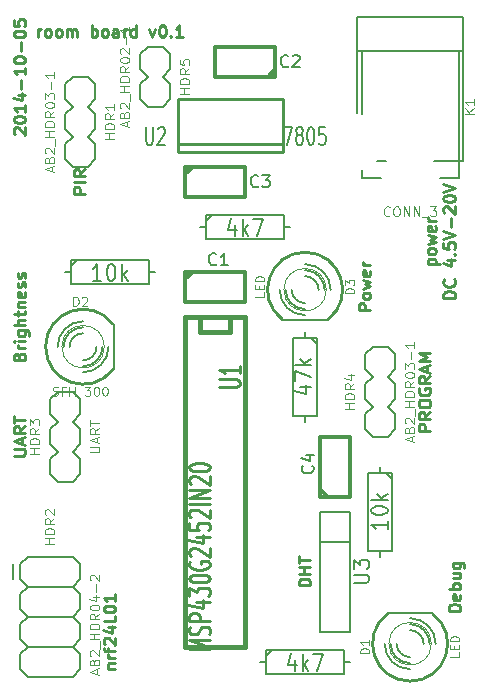
<source format=gto>
%FSLAX46Y46*%
G04 Gerber Fmt 4.6, Leading zero omitted, Abs format (unit mm)*
G04 Created by KiCad (PCBNEW (2014-10-04 BZR 5163)-product) date So 05 Okt 2014 16:09:57 CEST*
%MOMM*%
G01*
G04 APERTURE LIST*
%ADD10C,0.100000*%
%ADD11C,0.250000*%
%ADD12C,0.381000*%
%ADD13C,0.304800*%
%ADD14C,0.203200*%
%ADD15C,0.076200*%
%ADD16C,0.254000*%
%ADD17C,0.152400*%
%ADD18C,0.150000*%
%ADD19C,0.127000*%
%ADD20C,0.285750*%
%ADD21C,0.088900*%
G04 APERTURE END LIST*
D10*
D11*
X138882381Y-84565714D02*
X137882381Y-84565714D01*
X137882381Y-84184761D01*
X137930000Y-84089523D01*
X137977619Y-84041904D01*
X138072857Y-83994285D01*
X138215714Y-83994285D01*
X138310952Y-84041904D01*
X138358571Y-84089523D01*
X138406190Y-84184761D01*
X138406190Y-84565714D01*
X138882381Y-82994285D02*
X138406190Y-83327619D01*
X138882381Y-83565714D02*
X137882381Y-83565714D01*
X137882381Y-83184761D01*
X137930000Y-83089523D01*
X137977619Y-83041904D01*
X138072857Y-82994285D01*
X138215714Y-82994285D01*
X138310952Y-83041904D01*
X138358571Y-83089523D01*
X138406190Y-83184761D01*
X138406190Y-83565714D01*
X137882381Y-82375238D02*
X137882381Y-82184761D01*
X137930000Y-82089523D01*
X138025238Y-81994285D01*
X138215714Y-81946666D01*
X138549048Y-81946666D01*
X138739524Y-81994285D01*
X138834762Y-82089523D01*
X138882381Y-82184761D01*
X138882381Y-82375238D01*
X138834762Y-82470476D01*
X138739524Y-82565714D01*
X138549048Y-82613333D01*
X138215714Y-82613333D01*
X138025238Y-82565714D01*
X137930000Y-82470476D01*
X137882381Y-82375238D01*
X137930000Y-80994285D02*
X137882381Y-81089523D01*
X137882381Y-81232380D01*
X137930000Y-81375238D01*
X138025238Y-81470476D01*
X138120476Y-81518095D01*
X138310952Y-81565714D01*
X138453810Y-81565714D01*
X138644286Y-81518095D01*
X138739524Y-81470476D01*
X138834762Y-81375238D01*
X138882381Y-81232380D01*
X138882381Y-81137142D01*
X138834762Y-80994285D01*
X138787143Y-80946666D01*
X138453810Y-80946666D01*
X138453810Y-81137142D01*
X138882381Y-79946666D02*
X138406190Y-80280000D01*
X138882381Y-80518095D02*
X137882381Y-80518095D01*
X137882381Y-80137142D01*
X137930000Y-80041904D01*
X137977619Y-79994285D01*
X138072857Y-79946666D01*
X138215714Y-79946666D01*
X138310952Y-79994285D01*
X138358571Y-80041904D01*
X138406190Y-80137142D01*
X138406190Y-80518095D01*
X138596667Y-79565714D02*
X138596667Y-79089523D01*
X138882381Y-79660952D02*
X137882381Y-79327619D01*
X138882381Y-78994285D01*
X138882381Y-78660952D02*
X137882381Y-78660952D01*
X138596667Y-78327618D01*
X137882381Y-77994285D01*
X138882381Y-77994285D01*
X138660714Y-70508572D02*
X139660714Y-70508572D01*
X138708333Y-70508572D02*
X138660714Y-70413334D01*
X138660714Y-70222857D01*
X138708333Y-70127619D01*
X138755952Y-70080000D01*
X138851190Y-70032381D01*
X139136905Y-70032381D01*
X139232143Y-70080000D01*
X139279762Y-70127619D01*
X139327381Y-70222857D01*
X139327381Y-70413334D01*
X139279762Y-70508572D01*
X139327381Y-69460953D02*
X139279762Y-69556191D01*
X139232143Y-69603810D01*
X139136905Y-69651429D01*
X138851190Y-69651429D01*
X138755952Y-69603810D01*
X138708333Y-69556191D01*
X138660714Y-69460953D01*
X138660714Y-69318095D01*
X138708333Y-69222857D01*
X138755952Y-69175238D01*
X138851190Y-69127619D01*
X139136905Y-69127619D01*
X139232143Y-69175238D01*
X139279762Y-69222857D01*
X139327381Y-69318095D01*
X139327381Y-69460953D01*
X138660714Y-68794286D02*
X139327381Y-68603810D01*
X138851190Y-68413333D01*
X139327381Y-68222857D01*
X138660714Y-68032381D01*
X139279762Y-67270476D02*
X139327381Y-67365714D01*
X139327381Y-67556191D01*
X139279762Y-67651429D01*
X139184524Y-67699048D01*
X138803571Y-67699048D01*
X138708333Y-67651429D01*
X138660714Y-67556191D01*
X138660714Y-67365714D01*
X138708333Y-67270476D01*
X138803571Y-67222857D01*
X138898810Y-67222857D01*
X138994048Y-67699048D01*
X139327381Y-66794286D02*
X138660714Y-66794286D01*
X138851190Y-66794286D02*
X138755952Y-66746667D01*
X138708333Y-66699048D01*
X138660714Y-66603810D01*
X138660714Y-66508571D01*
X140977381Y-73341905D02*
X139977381Y-73341905D01*
X139977381Y-73103810D01*
X140025000Y-72960952D01*
X140120238Y-72865714D01*
X140215476Y-72818095D01*
X140405952Y-72770476D01*
X140548810Y-72770476D01*
X140739286Y-72818095D01*
X140834524Y-72865714D01*
X140929762Y-72960952D01*
X140977381Y-73103810D01*
X140977381Y-73341905D01*
X140882143Y-71770476D02*
X140929762Y-71818095D01*
X140977381Y-71960952D01*
X140977381Y-72056190D01*
X140929762Y-72199048D01*
X140834524Y-72294286D01*
X140739286Y-72341905D01*
X140548810Y-72389524D01*
X140405952Y-72389524D01*
X140215476Y-72341905D01*
X140120238Y-72294286D01*
X140025000Y-72199048D01*
X139977381Y-72056190D01*
X139977381Y-71960952D01*
X140025000Y-71818095D01*
X140072619Y-71770476D01*
X140310714Y-70151428D02*
X140977381Y-70151428D01*
X139929762Y-70389524D02*
X140644048Y-70627619D01*
X140644048Y-70008571D01*
X140882143Y-69627619D02*
X140929762Y-69580000D01*
X140977381Y-69627619D01*
X140929762Y-69675238D01*
X140882143Y-69627619D01*
X140977381Y-69627619D01*
X139977381Y-68675238D02*
X139977381Y-69151429D01*
X140453571Y-69199048D01*
X140405952Y-69151429D01*
X140358333Y-69056191D01*
X140358333Y-68818095D01*
X140405952Y-68722857D01*
X140453571Y-68675238D01*
X140548810Y-68627619D01*
X140786905Y-68627619D01*
X140882143Y-68675238D01*
X140929762Y-68722857D01*
X140977381Y-68818095D01*
X140977381Y-69056191D01*
X140929762Y-69151429D01*
X140882143Y-69199048D01*
X139977381Y-68341905D02*
X140977381Y-68008572D01*
X139977381Y-67675238D01*
X140596429Y-67341905D02*
X140596429Y-66580000D01*
X140072619Y-66151429D02*
X140025000Y-66103810D01*
X139977381Y-66008572D01*
X139977381Y-65770476D01*
X140025000Y-65675238D01*
X140072619Y-65627619D01*
X140167857Y-65580000D01*
X140263095Y-65580000D01*
X140405952Y-65627619D01*
X140977381Y-66199048D01*
X140977381Y-65580000D01*
X139977381Y-64960953D02*
X139977381Y-64865714D01*
X140025000Y-64770476D01*
X140072619Y-64722857D01*
X140167857Y-64675238D01*
X140358333Y-64627619D01*
X140596429Y-64627619D01*
X140786905Y-64675238D01*
X140882143Y-64722857D01*
X140929762Y-64770476D01*
X140977381Y-64865714D01*
X140977381Y-64960953D01*
X140929762Y-65056191D01*
X140882143Y-65103810D01*
X140786905Y-65151429D01*
X140596429Y-65199048D01*
X140358333Y-65199048D01*
X140167857Y-65151429D01*
X140072619Y-65103810D01*
X140025000Y-65056191D01*
X139977381Y-64960953D01*
X139977381Y-64341905D02*
X140977381Y-64008572D01*
X139977381Y-63675238D01*
X128722381Y-97686667D02*
X127722381Y-97686667D01*
X127722381Y-97448572D01*
X127770000Y-97305714D01*
X127865238Y-97210476D01*
X127960476Y-97162857D01*
X128150952Y-97115238D01*
X128293810Y-97115238D01*
X128484286Y-97162857D01*
X128579524Y-97210476D01*
X128674762Y-97305714D01*
X128722381Y-97448572D01*
X128722381Y-97686667D01*
X128722381Y-96686667D02*
X127722381Y-96686667D01*
X128198571Y-96686667D02*
X128198571Y-96115238D01*
X128722381Y-96115238D02*
X127722381Y-96115238D01*
X127722381Y-95781905D02*
X127722381Y-95210476D01*
X128722381Y-95496191D02*
X127722381Y-95496191D01*
X103687619Y-59467143D02*
X103640000Y-59419524D01*
X103592381Y-59324286D01*
X103592381Y-59086190D01*
X103640000Y-58990952D01*
X103687619Y-58943333D01*
X103782857Y-58895714D01*
X103878095Y-58895714D01*
X104020952Y-58943333D01*
X104592381Y-59514762D01*
X104592381Y-58895714D01*
X103592381Y-58276667D02*
X103592381Y-58181428D01*
X103640000Y-58086190D01*
X103687619Y-58038571D01*
X103782857Y-57990952D01*
X103973333Y-57943333D01*
X104211429Y-57943333D01*
X104401905Y-57990952D01*
X104497143Y-58038571D01*
X104544762Y-58086190D01*
X104592381Y-58181428D01*
X104592381Y-58276667D01*
X104544762Y-58371905D01*
X104497143Y-58419524D01*
X104401905Y-58467143D01*
X104211429Y-58514762D01*
X103973333Y-58514762D01*
X103782857Y-58467143D01*
X103687619Y-58419524D01*
X103640000Y-58371905D01*
X103592381Y-58276667D01*
X104592381Y-56990952D02*
X104592381Y-57562381D01*
X104592381Y-57276667D02*
X103592381Y-57276667D01*
X103735238Y-57371905D01*
X103830476Y-57467143D01*
X103878095Y-57562381D01*
X103925714Y-56133809D02*
X104592381Y-56133809D01*
X103544762Y-56371905D02*
X104259048Y-56610000D01*
X104259048Y-55990952D01*
X104211429Y-55610000D02*
X104211429Y-54848095D01*
X104592381Y-53848095D02*
X104592381Y-54419524D01*
X104592381Y-54133810D02*
X103592381Y-54133810D01*
X103735238Y-54229048D01*
X103830476Y-54324286D01*
X103878095Y-54419524D01*
X103592381Y-53229048D02*
X103592381Y-53133809D01*
X103640000Y-53038571D01*
X103687619Y-52990952D01*
X103782857Y-52943333D01*
X103973333Y-52895714D01*
X104211429Y-52895714D01*
X104401905Y-52943333D01*
X104497143Y-52990952D01*
X104544762Y-53038571D01*
X104592381Y-53133809D01*
X104592381Y-53229048D01*
X104544762Y-53324286D01*
X104497143Y-53371905D01*
X104401905Y-53419524D01*
X104211429Y-53467143D01*
X103973333Y-53467143D01*
X103782857Y-53419524D01*
X103687619Y-53371905D01*
X103640000Y-53324286D01*
X103592381Y-53229048D01*
X104211429Y-52467143D02*
X104211429Y-51705238D01*
X103592381Y-51038572D02*
X103592381Y-50943333D01*
X103640000Y-50848095D01*
X103687619Y-50800476D01*
X103782857Y-50752857D01*
X103973333Y-50705238D01*
X104211429Y-50705238D01*
X104401905Y-50752857D01*
X104497143Y-50800476D01*
X104544762Y-50848095D01*
X104592381Y-50943333D01*
X104592381Y-51038572D01*
X104544762Y-51133810D01*
X104497143Y-51181429D01*
X104401905Y-51229048D01*
X104211429Y-51276667D01*
X103973333Y-51276667D01*
X103782857Y-51229048D01*
X103687619Y-51181429D01*
X103640000Y-51133810D01*
X103592381Y-51038572D01*
X103592381Y-49800476D02*
X103592381Y-50276667D01*
X104068571Y-50324286D01*
X104020952Y-50276667D01*
X103973333Y-50181429D01*
X103973333Y-49943333D01*
X104020952Y-49848095D01*
X104068571Y-49800476D01*
X104163810Y-49752857D01*
X104401905Y-49752857D01*
X104497143Y-49800476D01*
X104544762Y-49848095D01*
X104592381Y-49943333D01*
X104592381Y-50181429D01*
X104544762Y-50276667D01*
X104497143Y-50324286D01*
X109672381Y-64500000D02*
X108672381Y-64500000D01*
X108672381Y-64119047D01*
X108720000Y-64023809D01*
X108767619Y-63976190D01*
X108862857Y-63928571D01*
X109005714Y-63928571D01*
X109100952Y-63976190D01*
X109148571Y-64023809D01*
X109196190Y-64119047D01*
X109196190Y-64500000D01*
X109672381Y-63500000D02*
X108672381Y-63500000D01*
X109672381Y-62452381D02*
X109196190Y-62785715D01*
X109672381Y-63023810D02*
X108672381Y-63023810D01*
X108672381Y-62642857D01*
X108720000Y-62547619D01*
X108767619Y-62500000D01*
X108862857Y-62452381D01*
X109005714Y-62452381D01*
X109100952Y-62500000D01*
X109148571Y-62547619D01*
X109196190Y-62642857D01*
X109196190Y-63023810D01*
X103592381Y-86685238D02*
X104401905Y-86685238D01*
X104497143Y-86637619D01*
X104544762Y-86590000D01*
X104592381Y-86494762D01*
X104592381Y-86304285D01*
X104544762Y-86209047D01*
X104497143Y-86161428D01*
X104401905Y-86113809D01*
X103592381Y-86113809D01*
X104306667Y-85685238D02*
X104306667Y-85209047D01*
X104592381Y-85780476D02*
X103592381Y-85447143D01*
X104592381Y-85113809D01*
X104592381Y-84209047D02*
X104116190Y-84542381D01*
X104592381Y-84780476D02*
X103592381Y-84780476D01*
X103592381Y-84399523D01*
X103640000Y-84304285D01*
X103687619Y-84256666D01*
X103782857Y-84209047D01*
X103925714Y-84209047D01*
X104020952Y-84256666D01*
X104068571Y-84304285D01*
X104116190Y-84399523D01*
X104116190Y-84780476D01*
X103592381Y-83923333D02*
X103592381Y-83351904D01*
X104592381Y-83637619D02*
X103592381Y-83637619D01*
X111545714Y-104719048D02*
X112212381Y-104719048D01*
X111640952Y-104719048D02*
X111593333Y-104671429D01*
X111545714Y-104576191D01*
X111545714Y-104433333D01*
X111593333Y-104338095D01*
X111688571Y-104290476D01*
X112212381Y-104290476D01*
X112212381Y-103814286D02*
X111545714Y-103814286D01*
X111736190Y-103814286D02*
X111640952Y-103766667D01*
X111593333Y-103719048D01*
X111545714Y-103623810D01*
X111545714Y-103528571D01*
X111545714Y-103338095D02*
X111545714Y-102957143D01*
X112212381Y-103195238D02*
X111355238Y-103195238D01*
X111260000Y-103147619D01*
X111212381Y-103052381D01*
X111212381Y-102957143D01*
X111307619Y-102671428D02*
X111260000Y-102623809D01*
X111212381Y-102528571D01*
X111212381Y-102290475D01*
X111260000Y-102195237D01*
X111307619Y-102147618D01*
X111402857Y-102099999D01*
X111498095Y-102099999D01*
X111640952Y-102147618D01*
X112212381Y-102719047D01*
X112212381Y-102099999D01*
X111545714Y-101242856D02*
X112212381Y-101242856D01*
X111164762Y-101480952D02*
X111879048Y-101719047D01*
X111879048Y-101099999D01*
X112212381Y-100242856D02*
X112212381Y-100719047D01*
X111212381Y-100719047D01*
X111212381Y-99719047D02*
X111212381Y-99623808D01*
X111260000Y-99528570D01*
X111307619Y-99480951D01*
X111402857Y-99433332D01*
X111593333Y-99385713D01*
X111831429Y-99385713D01*
X112021905Y-99433332D01*
X112117143Y-99480951D01*
X112164762Y-99528570D01*
X112212381Y-99623808D01*
X112212381Y-99719047D01*
X112164762Y-99814285D01*
X112117143Y-99861904D01*
X112021905Y-99909523D01*
X111831429Y-99957142D01*
X111593333Y-99957142D01*
X111402857Y-99909523D01*
X111307619Y-99861904D01*
X111260000Y-99814285D01*
X111212381Y-99719047D01*
X112212381Y-98433332D02*
X112212381Y-99004761D01*
X112212381Y-98719047D02*
X111212381Y-98719047D01*
X111355238Y-98814285D01*
X111450476Y-98909523D01*
X111498095Y-99004761D01*
X104068571Y-78287143D02*
X104116190Y-78144286D01*
X104163810Y-78096667D01*
X104259048Y-78049048D01*
X104401905Y-78049048D01*
X104497143Y-78096667D01*
X104544762Y-78144286D01*
X104592381Y-78239524D01*
X104592381Y-78620477D01*
X103592381Y-78620477D01*
X103592381Y-78287143D01*
X103640000Y-78191905D01*
X103687619Y-78144286D01*
X103782857Y-78096667D01*
X103878095Y-78096667D01*
X103973333Y-78144286D01*
X104020952Y-78191905D01*
X104068571Y-78287143D01*
X104068571Y-78620477D01*
X104592381Y-77620477D02*
X103925714Y-77620477D01*
X104116190Y-77620477D02*
X104020952Y-77572858D01*
X103973333Y-77525239D01*
X103925714Y-77430001D01*
X103925714Y-77334762D01*
X104592381Y-77001429D02*
X103925714Y-77001429D01*
X103592381Y-77001429D02*
X103640000Y-77049048D01*
X103687619Y-77001429D01*
X103640000Y-76953810D01*
X103592381Y-77001429D01*
X103687619Y-77001429D01*
X103925714Y-76096667D02*
X104735238Y-76096667D01*
X104830476Y-76144286D01*
X104878095Y-76191905D01*
X104925714Y-76287144D01*
X104925714Y-76430001D01*
X104878095Y-76525239D01*
X104544762Y-76096667D02*
X104592381Y-76191905D01*
X104592381Y-76382382D01*
X104544762Y-76477620D01*
X104497143Y-76525239D01*
X104401905Y-76572858D01*
X104116190Y-76572858D01*
X104020952Y-76525239D01*
X103973333Y-76477620D01*
X103925714Y-76382382D01*
X103925714Y-76191905D01*
X103973333Y-76096667D01*
X104592381Y-75620477D02*
X103592381Y-75620477D01*
X104592381Y-75191905D02*
X104068571Y-75191905D01*
X103973333Y-75239524D01*
X103925714Y-75334762D01*
X103925714Y-75477620D01*
X103973333Y-75572858D01*
X104020952Y-75620477D01*
X103925714Y-74858572D02*
X103925714Y-74477620D01*
X103592381Y-74715715D02*
X104449524Y-74715715D01*
X104544762Y-74668096D01*
X104592381Y-74572858D01*
X104592381Y-74477620D01*
X103925714Y-74144286D02*
X104592381Y-74144286D01*
X104020952Y-74144286D02*
X103973333Y-74096667D01*
X103925714Y-74001429D01*
X103925714Y-73858571D01*
X103973333Y-73763333D01*
X104068571Y-73715714D01*
X104592381Y-73715714D01*
X104544762Y-72858571D02*
X104592381Y-72953809D01*
X104592381Y-73144286D01*
X104544762Y-73239524D01*
X104449524Y-73287143D01*
X104068571Y-73287143D01*
X103973333Y-73239524D01*
X103925714Y-73144286D01*
X103925714Y-72953809D01*
X103973333Y-72858571D01*
X104068571Y-72810952D01*
X104163810Y-72810952D01*
X104259048Y-73287143D01*
X104544762Y-72430000D02*
X104592381Y-72334762D01*
X104592381Y-72144286D01*
X104544762Y-72049047D01*
X104449524Y-72001428D01*
X104401905Y-72001428D01*
X104306667Y-72049047D01*
X104259048Y-72144286D01*
X104259048Y-72287143D01*
X104211429Y-72382381D01*
X104116190Y-72430000D01*
X104068571Y-72430000D01*
X103973333Y-72382381D01*
X103925714Y-72287143D01*
X103925714Y-72144286D01*
X103973333Y-72049047D01*
X104544762Y-71620476D02*
X104592381Y-71525238D01*
X104592381Y-71334762D01*
X104544762Y-71239523D01*
X104449524Y-71191904D01*
X104401905Y-71191904D01*
X104306667Y-71239523D01*
X104259048Y-71334762D01*
X104259048Y-71477619D01*
X104211429Y-71572857D01*
X104116190Y-71620476D01*
X104068571Y-71620476D01*
X103973333Y-71572857D01*
X103925714Y-71477619D01*
X103925714Y-71334762D01*
X103973333Y-71239523D01*
X141422381Y-99837619D02*
X140422381Y-99837619D01*
X140422381Y-99599524D01*
X140470000Y-99456666D01*
X140565238Y-99361428D01*
X140660476Y-99313809D01*
X140850952Y-99266190D01*
X140993810Y-99266190D01*
X141184286Y-99313809D01*
X141279524Y-99361428D01*
X141374762Y-99456666D01*
X141422381Y-99599524D01*
X141422381Y-99837619D01*
X141374762Y-98456666D02*
X141422381Y-98551904D01*
X141422381Y-98742381D01*
X141374762Y-98837619D01*
X141279524Y-98885238D01*
X140898571Y-98885238D01*
X140803333Y-98837619D01*
X140755714Y-98742381D01*
X140755714Y-98551904D01*
X140803333Y-98456666D01*
X140898571Y-98409047D01*
X140993810Y-98409047D01*
X141089048Y-98885238D01*
X141422381Y-97980476D02*
X140422381Y-97980476D01*
X140803333Y-97980476D02*
X140755714Y-97885238D01*
X140755714Y-97694761D01*
X140803333Y-97599523D01*
X140850952Y-97551904D01*
X140946190Y-97504285D01*
X141231905Y-97504285D01*
X141327143Y-97551904D01*
X141374762Y-97599523D01*
X141422381Y-97694761D01*
X141422381Y-97885238D01*
X141374762Y-97980476D01*
X140755714Y-96647142D02*
X141422381Y-96647142D01*
X140755714Y-97075714D02*
X141279524Y-97075714D01*
X141374762Y-97028095D01*
X141422381Y-96932857D01*
X141422381Y-96789999D01*
X141374762Y-96694761D01*
X141327143Y-96647142D01*
X140755714Y-95742380D02*
X141565238Y-95742380D01*
X141660476Y-95789999D01*
X141708095Y-95837618D01*
X141755714Y-95932857D01*
X141755714Y-96075714D01*
X141708095Y-96170952D01*
X141374762Y-95742380D02*
X141422381Y-95837618D01*
X141422381Y-96028095D01*
X141374762Y-96123333D01*
X141327143Y-96170952D01*
X141231905Y-96218571D01*
X140946190Y-96218571D01*
X140850952Y-96170952D01*
X140803333Y-96123333D01*
X140755714Y-96028095D01*
X140755714Y-95837618D01*
X140803333Y-95742380D01*
X133802381Y-74366191D02*
X132802381Y-74366191D01*
X132802381Y-73985238D01*
X132850000Y-73890000D01*
X132897619Y-73842381D01*
X132992857Y-73794762D01*
X133135714Y-73794762D01*
X133230952Y-73842381D01*
X133278571Y-73890000D01*
X133326190Y-73985238D01*
X133326190Y-74366191D01*
X133802381Y-73223334D02*
X133754762Y-73318572D01*
X133707143Y-73366191D01*
X133611905Y-73413810D01*
X133326190Y-73413810D01*
X133230952Y-73366191D01*
X133183333Y-73318572D01*
X133135714Y-73223334D01*
X133135714Y-73080476D01*
X133183333Y-72985238D01*
X133230952Y-72937619D01*
X133326190Y-72890000D01*
X133611905Y-72890000D01*
X133707143Y-72937619D01*
X133754762Y-72985238D01*
X133802381Y-73080476D01*
X133802381Y-73223334D01*
X133135714Y-72556667D02*
X133802381Y-72366191D01*
X133326190Y-72175714D01*
X133802381Y-71985238D01*
X133135714Y-71794762D01*
X133754762Y-71032857D02*
X133802381Y-71128095D01*
X133802381Y-71318572D01*
X133754762Y-71413810D01*
X133659524Y-71461429D01*
X133278571Y-71461429D01*
X133183333Y-71413810D01*
X133135714Y-71318572D01*
X133135714Y-71128095D01*
X133183333Y-71032857D01*
X133278571Y-70985238D01*
X133373810Y-70985238D01*
X133469048Y-71461429D01*
X133802381Y-70556667D02*
X133135714Y-70556667D01*
X133326190Y-70556667D02*
X133230952Y-70509048D01*
X133183333Y-70461429D01*
X133135714Y-70366191D01*
X133135714Y-70270952D01*
X105664761Y-51252381D02*
X105664761Y-50585714D01*
X105664761Y-50776190D02*
X105712380Y-50680952D01*
X105759999Y-50633333D01*
X105855237Y-50585714D01*
X105950476Y-50585714D01*
X106426666Y-51252381D02*
X106331428Y-51204762D01*
X106283809Y-51157143D01*
X106236190Y-51061905D01*
X106236190Y-50776190D01*
X106283809Y-50680952D01*
X106331428Y-50633333D01*
X106426666Y-50585714D01*
X106569524Y-50585714D01*
X106664762Y-50633333D01*
X106712381Y-50680952D01*
X106760000Y-50776190D01*
X106760000Y-51061905D01*
X106712381Y-51157143D01*
X106664762Y-51204762D01*
X106569524Y-51252381D01*
X106426666Y-51252381D01*
X107331428Y-51252381D02*
X107236190Y-51204762D01*
X107188571Y-51157143D01*
X107140952Y-51061905D01*
X107140952Y-50776190D01*
X107188571Y-50680952D01*
X107236190Y-50633333D01*
X107331428Y-50585714D01*
X107474286Y-50585714D01*
X107569524Y-50633333D01*
X107617143Y-50680952D01*
X107664762Y-50776190D01*
X107664762Y-51061905D01*
X107617143Y-51157143D01*
X107569524Y-51204762D01*
X107474286Y-51252381D01*
X107331428Y-51252381D01*
X108093333Y-51252381D02*
X108093333Y-50585714D01*
X108093333Y-50680952D02*
X108140952Y-50633333D01*
X108236190Y-50585714D01*
X108379048Y-50585714D01*
X108474286Y-50633333D01*
X108521905Y-50728571D01*
X108521905Y-51252381D01*
X108521905Y-50728571D02*
X108569524Y-50633333D01*
X108664762Y-50585714D01*
X108807619Y-50585714D01*
X108902857Y-50633333D01*
X108950476Y-50728571D01*
X108950476Y-51252381D01*
X110188571Y-51252381D02*
X110188571Y-50252381D01*
X110188571Y-50633333D02*
X110283809Y-50585714D01*
X110474286Y-50585714D01*
X110569524Y-50633333D01*
X110617143Y-50680952D01*
X110664762Y-50776190D01*
X110664762Y-51061905D01*
X110617143Y-51157143D01*
X110569524Y-51204762D01*
X110474286Y-51252381D01*
X110283809Y-51252381D01*
X110188571Y-51204762D01*
X111236190Y-51252381D02*
X111140952Y-51204762D01*
X111093333Y-51157143D01*
X111045714Y-51061905D01*
X111045714Y-50776190D01*
X111093333Y-50680952D01*
X111140952Y-50633333D01*
X111236190Y-50585714D01*
X111379048Y-50585714D01*
X111474286Y-50633333D01*
X111521905Y-50680952D01*
X111569524Y-50776190D01*
X111569524Y-51061905D01*
X111521905Y-51157143D01*
X111474286Y-51204762D01*
X111379048Y-51252381D01*
X111236190Y-51252381D01*
X112426667Y-51252381D02*
X112426667Y-50728571D01*
X112379048Y-50633333D01*
X112283810Y-50585714D01*
X112093333Y-50585714D01*
X111998095Y-50633333D01*
X112426667Y-51204762D02*
X112331429Y-51252381D01*
X112093333Y-51252381D01*
X111998095Y-51204762D01*
X111950476Y-51109524D01*
X111950476Y-51014286D01*
X111998095Y-50919048D01*
X112093333Y-50871429D01*
X112331429Y-50871429D01*
X112426667Y-50823810D01*
X112902857Y-51252381D02*
X112902857Y-50585714D01*
X112902857Y-50776190D02*
X112950476Y-50680952D01*
X112998095Y-50633333D01*
X113093333Y-50585714D01*
X113188572Y-50585714D01*
X113950477Y-51252381D02*
X113950477Y-50252381D01*
X113950477Y-51204762D02*
X113855239Y-51252381D01*
X113664762Y-51252381D01*
X113569524Y-51204762D01*
X113521905Y-51157143D01*
X113474286Y-51061905D01*
X113474286Y-50776190D01*
X113521905Y-50680952D01*
X113569524Y-50633333D01*
X113664762Y-50585714D01*
X113855239Y-50585714D01*
X113950477Y-50633333D01*
X115093334Y-50585714D02*
X115331429Y-51252381D01*
X115569525Y-50585714D01*
X116140953Y-50252381D02*
X116236192Y-50252381D01*
X116331430Y-50300000D01*
X116379049Y-50347619D01*
X116426668Y-50442857D01*
X116474287Y-50633333D01*
X116474287Y-50871429D01*
X116426668Y-51061905D01*
X116379049Y-51157143D01*
X116331430Y-51204762D01*
X116236192Y-51252381D01*
X116140953Y-51252381D01*
X116045715Y-51204762D01*
X115998096Y-51157143D01*
X115950477Y-51061905D01*
X115902858Y-50871429D01*
X115902858Y-50633333D01*
X115950477Y-50442857D01*
X115998096Y-50347619D01*
X116045715Y-50300000D01*
X116140953Y-50252381D01*
X116902858Y-51157143D02*
X116950477Y-51204762D01*
X116902858Y-51252381D01*
X116855239Y-51204762D01*
X116902858Y-51157143D01*
X116902858Y-51252381D01*
X117902858Y-51252381D02*
X117331429Y-51252381D01*
X117617143Y-51252381D02*
X117617143Y-50252381D01*
X117521905Y-50395238D01*
X117426667Y-50490476D01*
X117331429Y-50538095D01*
D12*
X121920000Y-74930000D02*
X121920000Y-76200000D01*
X121920000Y-76200000D02*
X119380000Y-76200000D01*
X119380000Y-76200000D02*
X119380000Y-74930000D01*
X123190000Y-74930000D02*
X123190000Y-102870000D01*
X123190000Y-102870000D02*
X118110000Y-102870000D01*
X118110000Y-102870000D02*
X118110000Y-74930000D01*
X118110000Y-74930000D02*
X123190000Y-74930000D01*
D13*
X118160800Y-71120000D02*
X123190000Y-71120000D01*
X123190000Y-71120000D02*
X123190000Y-73660000D01*
X123190000Y-73660000D02*
X118110000Y-73660000D01*
X118110000Y-73660000D02*
X118110000Y-71120000D01*
X118110000Y-71755000D02*
X118745000Y-71120000D01*
X125679200Y-54610000D02*
X120650000Y-54610000D01*
X120650000Y-54610000D02*
X120650000Y-52070000D01*
X120650000Y-52070000D02*
X125730000Y-52070000D01*
X125730000Y-52070000D02*
X125730000Y-54610000D01*
X125730000Y-53975000D02*
X125095000Y-54610000D01*
X118160800Y-62230000D02*
X123190000Y-62230000D01*
X123190000Y-62230000D02*
X123190000Y-64770000D01*
X123190000Y-64770000D02*
X118110000Y-64770000D01*
X118110000Y-64770000D02*
X118110000Y-62230000D01*
X118110000Y-62865000D02*
X118745000Y-62230000D01*
D14*
X139065000Y-100025200D02*
X135255000Y-100025200D01*
D15*
X138956051Y-102616000D02*
G75*
G03X138956051Y-102616000I-1796051J0D01*
G74*
G01*
D16*
X135252332Y-100078003D02*
G75*
G03X139065000Y-100076000I1907668J-2537997D01*
G74*
G01*
D17*
X136017000Y-102616000D02*
G75*
G03X137160000Y-103759000I1143000J0D01*
G74*
G01*
X138303000Y-102616000D02*
G75*
G03X137160000Y-101473000I-1143000J0D01*
G74*
G01*
X135509000Y-102616000D02*
G75*
G03X137160000Y-104267000I1651000J0D01*
G74*
G01*
X138811000Y-102616000D02*
G75*
G03X137160000Y-100965000I-1651000J0D01*
G74*
G01*
X135001000Y-102616000D02*
G75*
G03X137160000Y-104775000I2159000J0D01*
G74*
G01*
X139319000Y-102616000D02*
G75*
G03X137160000Y-100457000I-2159000J0D01*
G74*
G01*
D14*
X124460000Y-104140000D02*
X124968000Y-104140000D01*
X132080000Y-104140000D02*
X131572000Y-104140000D01*
X131572000Y-104140000D02*
X131572000Y-103124000D01*
X131572000Y-103124000D02*
X124968000Y-103124000D01*
X124968000Y-103124000D02*
X124968000Y-105156000D01*
X124968000Y-105156000D02*
X131572000Y-105156000D01*
X131572000Y-105156000D02*
X131572000Y-104140000D01*
X124968000Y-103632000D02*
X125476000Y-103124000D01*
D16*
X126365000Y-60325000D02*
X126365000Y-60960000D01*
X126365000Y-60960000D02*
X117475000Y-60960000D01*
X117475000Y-60960000D02*
X117475000Y-60325000D01*
X126365000Y-56515000D02*
X126365000Y-60325000D01*
X126365000Y-60325000D02*
X117475000Y-60325000D01*
X117475000Y-60325000D02*
X117475000Y-56515000D01*
X117475000Y-56515000D02*
X126365000Y-56515000D01*
D14*
X134620000Y-87630000D02*
X134620000Y-88138000D01*
X134620000Y-95250000D02*
X134620000Y-94742000D01*
X134620000Y-94742000D02*
X135636000Y-94742000D01*
X135636000Y-94742000D02*
X135636000Y-88138000D01*
X135636000Y-88138000D02*
X133604000Y-88138000D01*
X133604000Y-88138000D02*
X133604000Y-94742000D01*
X133604000Y-94742000D02*
X134620000Y-94742000D01*
X135128000Y-88138000D02*
X135636000Y-88646000D01*
D18*
X129540000Y-93980000D02*
X129540000Y-101600000D01*
X132080000Y-93980000D02*
X132080000Y-101600000D01*
X132080000Y-91440000D02*
X132080000Y-93980000D01*
X129540000Y-101600000D02*
X132080000Y-101600000D01*
X132080000Y-93980000D02*
X129540000Y-93980000D01*
X132080000Y-91440000D02*
X129540000Y-91440000D01*
X129540000Y-91440000D02*
X129540000Y-93980000D01*
D13*
X129540000Y-90119200D02*
X129540000Y-85090000D01*
X129540000Y-85090000D02*
X132080000Y-85090000D01*
X132080000Y-85090000D02*
X132080000Y-90170000D01*
X132080000Y-90170000D02*
X129540000Y-90170000D01*
X130175000Y-90170000D02*
X129540000Y-89535000D01*
D19*
X108585000Y-59690000D02*
X107950000Y-59055000D01*
X107950000Y-59055000D02*
X107950000Y-57785000D01*
X107950000Y-57785000D02*
X108585000Y-57150000D01*
X108585000Y-57150000D02*
X107950000Y-56515000D01*
X107950000Y-56515000D02*
X107950000Y-55245000D01*
X107950000Y-55245000D02*
X108585000Y-54610000D01*
X108585000Y-54610000D02*
X109855000Y-54610000D01*
X109855000Y-54610000D02*
X110490000Y-55245000D01*
X110490000Y-55245000D02*
X110490000Y-56515000D01*
X110490000Y-56515000D02*
X109855000Y-57150000D01*
X109855000Y-57150000D02*
X110490000Y-57785000D01*
X110490000Y-57785000D02*
X110490000Y-59055000D01*
X110490000Y-59055000D02*
X109855000Y-59690000D01*
X108585000Y-62230000D02*
X107950000Y-61595000D01*
X107950000Y-61595000D02*
X107950000Y-60325000D01*
X107950000Y-60325000D02*
X108585000Y-59690000D01*
X109855000Y-59690000D02*
X110490000Y-60325000D01*
X110490000Y-60325000D02*
X110490000Y-61595000D01*
X110490000Y-61595000D02*
X109855000Y-62230000D01*
X109855000Y-62230000D02*
X108585000Y-62230000D01*
D14*
X112064800Y-79375000D02*
X112064800Y-75565000D01*
D15*
X111270051Y-77470000D02*
G75*
G03X111270051Y-77470000I-1796051J0D01*
G74*
G01*
D16*
X112011997Y-75562332D02*
G75*
G03X112014000Y-79375000I-2537997J-1907668D01*
G74*
G01*
D17*
X109474000Y-76327000D02*
G75*
G03X108331000Y-77470000I0J-1143000D01*
G74*
G01*
X109474000Y-78613000D02*
G75*
G03X110617000Y-77470000I0J1143000D01*
G74*
G01*
X109474000Y-75819000D02*
G75*
G03X107823000Y-77470000I0J-1651000D01*
G74*
G01*
X109474000Y-79121000D02*
G75*
G03X111125000Y-77470000I0J1651000D01*
G74*
G01*
X109474000Y-75311000D02*
G75*
G03X107315000Y-77470000I0J-2159000D01*
G74*
G01*
X109474000Y-79629000D02*
G75*
G03X111633000Y-77470000I0J2159000D01*
G74*
G01*
D14*
X107950000Y-71120000D02*
X108458000Y-71120000D01*
X115570000Y-71120000D02*
X115062000Y-71120000D01*
X115062000Y-71120000D02*
X115062000Y-70104000D01*
X115062000Y-70104000D02*
X108458000Y-70104000D01*
X108458000Y-70104000D02*
X108458000Y-72136000D01*
X108458000Y-72136000D02*
X115062000Y-72136000D01*
X115062000Y-72136000D02*
X115062000Y-71120000D01*
X108458000Y-70612000D02*
X108966000Y-70104000D01*
X126365000Y-75234800D02*
X130175000Y-75234800D01*
D15*
X130066051Y-72644000D02*
G75*
G03X130066051Y-72644000I-1796051J0D01*
G74*
G01*
D16*
X130177668Y-75181997D02*
G75*
G03X126365000Y-75184000I-1907668J2537997D01*
G74*
G01*
D17*
X129413000Y-72644000D02*
G75*
G03X128270000Y-71501000I-1143000J0D01*
G74*
G01*
X127127000Y-72644000D02*
G75*
G03X128270000Y-73787000I1143000J0D01*
G74*
G01*
X129921000Y-72644000D02*
G75*
G03X128270000Y-70993000I-1651000J0D01*
G74*
G01*
X126619000Y-72644000D02*
G75*
G03X128270000Y-74295000I1651000J0D01*
G74*
G01*
X130429000Y-72644000D02*
G75*
G03X128270000Y-70485000I-2159000J0D01*
G74*
G01*
X126111000Y-72644000D02*
G75*
G03X128270000Y-74803000I2159000J0D01*
G74*
G01*
D14*
X119380000Y-67310000D02*
X119888000Y-67310000D01*
X127000000Y-67310000D02*
X126492000Y-67310000D01*
X126492000Y-67310000D02*
X126492000Y-66294000D01*
X126492000Y-66294000D02*
X119888000Y-66294000D01*
X119888000Y-66294000D02*
X119888000Y-68326000D01*
X119888000Y-68326000D02*
X126492000Y-68326000D01*
X126492000Y-68326000D02*
X126492000Y-67310000D01*
X119888000Y-66802000D02*
X120396000Y-66294000D01*
D19*
X104140000Y-104775000D02*
X104140000Y-103505000D01*
X104775000Y-105410000D02*
X104140000Y-104775000D01*
X108585000Y-105410000D02*
X104775000Y-105410000D01*
X109220000Y-104775000D02*
X108585000Y-105410000D01*
X109220000Y-103505000D02*
X109220000Y-104775000D01*
X108585000Y-102870000D02*
X109220000Y-103505000D01*
X104140000Y-103505000D02*
X104775000Y-102870000D01*
X104140000Y-100965000D02*
X104775000Y-100330000D01*
X108585000Y-100330000D02*
X109220000Y-100965000D01*
X109220000Y-100965000D02*
X109220000Y-102235000D01*
X109220000Y-102235000D02*
X108585000Y-102870000D01*
X108585000Y-102870000D02*
X104775000Y-102870000D01*
X104775000Y-102870000D02*
X104140000Y-102235000D01*
X104140000Y-102235000D02*
X104140000Y-100965000D01*
X104140000Y-99695000D02*
X104140000Y-98425000D01*
X104775000Y-100330000D02*
X104140000Y-99695000D01*
X108585000Y-100330000D02*
X104775000Y-100330000D01*
X109220000Y-99695000D02*
X108585000Y-100330000D01*
X109220000Y-98425000D02*
X109220000Y-99695000D01*
X108585000Y-97790000D02*
X109220000Y-98425000D01*
X104140000Y-98425000D02*
X104775000Y-97790000D01*
X104140000Y-95885000D02*
X104775000Y-95250000D01*
X104775000Y-95250000D02*
X108585000Y-95250000D01*
X108585000Y-95250000D02*
X109220000Y-95885000D01*
X109220000Y-95885000D02*
X109220000Y-97155000D01*
X109220000Y-97155000D02*
X108585000Y-97790000D01*
X108585000Y-97790000D02*
X104775000Y-97790000D01*
X104775000Y-97790000D02*
X104140000Y-97155000D01*
X104140000Y-97155000D02*
X104140000Y-95885000D01*
X103505000Y-95885000D02*
X103505000Y-97155000D01*
X108585000Y-83820000D02*
X109220000Y-84455000D01*
X109220000Y-84455000D02*
X109220000Y-85725000D01*
X109220000Y-85725000D02*
X108585000Y-86360000D01*
X108585000Y-86360000D02*
X109220000Y-86995000D01*
X109220000Y-86995000D02*
X109220000Y-88265000D01*
X109220000Y-88265000D02*
X108585000Y-88900000D01*
X108585000Y-88900000D02*
X107315000Y-88900000D01*
X107315000Y-88900000D02*
X106680000Y-88265000D01*
X106680000Y-88265000D02*
X106680000Y-86995000D01*
X106680000Y-86995000D02*
X107315000Y-86360000D01*
X107315000Y-86360000D02*
X106680000Y-85725000D01*
X106680000Y-85725000D02*
X106680000Y-84455000D01*
X106680000Y-84455000D02*
X107315000Y-83820000D01*
X108585000Y-81280000D02*
X109220000Y-81915000D01*
X109220000Y-81915000D02*
X109220000Y-83185000D01*
X109220000Y-83185000D02*
X108585000Y-83820000D01*
X107315000Y-83820000D02*
X106680000Y-83185000D01*
X106680000Y-83185000D02*
X106680000Y-81915000D01*
X106680000Y-81915000D02*
X107315000Y-81280000D01*
X107315000Y-81280000D02*
X108585000Y-81280000D01*
X135255000Y-80010000D02*
X135890000Y-80645000D01*
X135890000Y-80645000D02*
X135890000Y-81915000D01*
X135890000Y-81915000D02*
X135255000Y-82550000D01*
X135255000Y-82550000D02*
X135890000Y-83185000D01*
X135890000Y-83185000D02*
X135890000Y-84455000D01*
X135890000Y-84455000D02*
X135255000Y-85090000D01*
X135255000Y-85090000D02*
X133985000Y-85090000D01*
X133985000Y-85090000D02*
X133350000Y-84455000D01*
X133350000Y-84455000D02*
X133350000Y-83185000D01*
X133350000Y-83185000D02*
X133985000Y-82550000D01*
X133985000Y-82550000D02*
X133350000Y-81915000D01*
X133350000Y-81915000D02*
X133350000Y-80645000D01*
X133350000Y-80645000D02*
X133985000Y-80010000D01*
X135255000Y-77470000D02*
X135890000Y-78105000D01*
X135890000Y-78105000D02*
X135890000Y-79375000D01*
X135890000Y-79375000D02*
X135255000Y-80010000D01*
X133985000Y-80010000D02*
X133350000Y-79375000D01*
X133350000Y-79375000D02*
X133350000Y-78105000D01*
X133350000Y-78105000D02*
X133985000Y-77470000D01*
X133985000Y-77470000D02*
X135255000Y-77470000D01*
D14*
X128270000Y-76200000D02*
X128270000Y-76708000D01*
X128270000Y-83820000D02*
X128270000Y-83312000D01*
X128270000Y-83312000D02*
X129286000Y-83312000D01*
X129286000Y-83312000D02*
X129286000Y-76708000D01*
X129286000Y-76708000D02*
X127254000Y-76708000D01*
X127254000Y-76708000D02*
X127254000Y-83312000D01*
X127254000Y-83312000D02*
X128270000Y-83312000D01*
X128778000Y-76708000D02*
X129286000Y-77216000D01*
D19*
X133060000Y-52450000D02*
X133060000Y-57750000D01*
X132660000Y-52450000D02*
X132660000Y-57650000D01*
X135160000Y-61750000D02*
X134360000Y-61750000D01*
X133060000Y-63150000D02*
X133060000Y-62550000D01*
X133060000Y-63150000D02*
X134660000Y-63150000D01*
X141260000Y-61750000D02*
X139160000Y-61750000D01*
X132660000Y-49550000D02*
X132660000Y-52450000D01*
X141660000Y-49550000D02*
X141660000Y-52450000D01*
X141660000Y-61750000D02*
X141660000Y-52450000D01*
X141260000Y-63150000D02*
X139660000Y-63150000D01*
X141260000Y-61750000D02*
X141260000Y-63150000D01*
X141260000Y-52450000D02*
X141260000Y-61750000D01*
X141260000Y-61750000D02*
X141660000Y-61750000D01*
X141660000Y-52450000D02*
X132660000Y-52450000D01*
X141660000Y-49550000D02*
X132660000Y-49550000D01*
X114300000Y-56515000D02*
X114300000Y-55245000D01*
X114300000Y-55245000D02*
X114935000Y-54610000D01*
X114935000Y-54610000D02*
X114300000Y-53975000D01*
X114300000Y-53975000D02*
X114300000Y-52705000D01*
X114300000Y-52705000D02*
X114935000Y-52070000D01*
X114935000Y-52070000D02*
X116205000Y-52070000D01*
X116205000Y-52070000D02*
X116840000Y-52705000D01*
X116840000Y-52705000D02*
X116840000Y-53975000D01*
X116840000Y-53975000D02*
X116205000Y-54610000D01*
X116205000Y-54610000D02*
X116840000Y-55245000D01*
X116840000Y-55245000D02*
X116840000Y-56515000D01*
X116840000Y-56515000D02*
X116205000Y-57150000D01*
X116205000Y-57150000D02*
X114935000Y-57150000D01*
X114935000Y-57150000D02*
X114300000Y-56515000D01*
D20*
X120946333Y-80880857D02*
X122385667Y-80880857D01*
X122555000Y-80826429D01*
X122639667Y-80772000D01*
X122724333Y-80663143D01*
X122724333Y-80445429D01*
X122639667Y-80336571D01*
X122555000Y-80282143D01*
X122385667Y-80227714D01*
X120946333Y-80227714D01*
X122724333Y-79084714D02*
X122724333Y-79737857D01*
X122724333Y-79411285D02*
X120946333Y-79411285D01*
X121200333Y-79520142D01*
X121369667Y-79629000D01*
X121454333Y-79737857D01*
D13*
D20*
X120184333Y-103087712D02*
X118406333Y-103087712D01*
X119676333Y-102706712D01*
X118406333Y-102325712D01*
X120184333Y-102325712D01*
X120099667Y-101835855D02*
X120184333Y-101672569D01*
X120184333Y-101400426D01*
X120099667Y-101291569D01*
X120015000Y-101237140D01*
X119845667Y-101182712D01*
X119676333Y-101182712D01*
X119507000Y-101237140D01*
X119422333Y-101291569D01*
X119337667Y-101400426D01*
X119253000Y-101618140D01*
X119168333Y-101726998D01*
X119083667Y-101781426D01*
X118914333Y-101835855D01*
X118745000Y-101835855D01*
X118575667Y-101781426D01*
X118491000Y-101726998D01*
X118406333Y-101618140D01*
X118406333Y-101345998D01*
X118491000Y-101182712D01*
X120184333Y-100692855D02*
X118406333Y-100692855D01*
X118406333Y-100257427D01*
X118491000Y-100148569D01*
X118575667Y-100094141D01*
X118745000Y-100039712D01*
X118999000Y-100039712D01*
X119168333Y-100094141D01*
X119253000Y-100148569D01*
X119337667Y-100257427D01*
X119337667Y-100692855D01*
X118999000Y-99059998D02*
X120184333Y-99059998D01*
X118321667Y-99332141D02*
X119591667Y-99604284D01*
X119591667Y-98896712D01*
X118406333Y-98570141D02*
X118406333Y-97862570D01*
X119083667Y-98243570D01*
X119083667Y-98080284D01*
X119168333Y-97971427D01*
X119253000Y-97916998D01*
X119422333Y-97862570D01*
X119845667Y-97862570D01*
X120015000Y-97916998D01*
X120099667Y-97971427D01*
X120184333Y-98080284D01*
X120184333Y-98406856D01*
X120099667Y-98515713D01*
X120015000Y-98570141D01*
X118406333Y-97154999D02*
X118406333Y-97046142D01*
X118491000Y-96937285D01*
X118575667Y-96882856D01*
X118745000Y-96828427D01*
X119083667Y-96773999D01*
X119507000Y-96773999D01*
X119845667Y-96828427D01*
X120015000Y-96882856D01*
X120099667Y-96937285D01*
X120184333Y-97046142D01*
X120184333Y-97154999D01*
X120099667Y-97263856D01*
X120015000Y-97318285D01*
X119845667Y-97372713D01*
X119507000Y-97427142D01*
X119083667Y-97427142D01*
X118745000Y-97372713D01*
X118575667Y-97318285D01*
X118491000Y-97263856D01*
X118406333Y-97154999D01*
X118491000Y-95685428D02*
X118406333Y-95794285D01*
X118406333Y-95957571D01*
X118491000Y-96120856D01*
X118660333Y-96229714D01*
X118829667Y-96284142D01*
X119168333Y-96338571D01*
X119422333Y-96338571D01*
X119761000Y-96284142D01*
X119930333Y-96229714D01*
X120099667Y-96120856D01*
X120184333Y-95957571D01*
X120184333Y-95848714D01*
X120099667Y-95685428D01*
X120015000Y-95630999D01*
X119422333Y-95630999D01*
X119422333Y-95848714D01*
X118575667Y-95195571D02*
X118491000Y-95141142D01*
X118406333Y-95032285D01*
X118406333Y-94760142D01*
X118491000Y-94651285D01*
X118575667Y-94596856D01*
X118745000Y-94542428D01*
X118914333Y-94542428D01*
X119168333Y-94596856D01*
X120184333Y-95249999D01*
X120184333Y-94542428D01*
X118999000Y-93562714D02*
X120184333Y-93562714D01*
X118321667Y-93834857D02*
X119591667Y-94107000D01*
X119591667Y-93399428D01*
X118406333Y-92419714D02*
X118406333Y-92964000D01*
X119253000Y-93018429D01*
X119168333Y-92964000D01*
X119083667Y-92855143D01*
X119083667Y-92583000D01*
X119168333Y-92474143D01*
X119253000Y-92419714D01*
X119422333Y-92365286D01*
X119845667Y-92365286D01*
X120015000Y-92419714D01*
X120099667Y-92474143D01*
X120184333Y-92583000D01*
X120184333Y-92855143D01*
X120099667Y-92964000D01*
X120015000Y-93018429D01*
X118575667Y-91929858D02*
X118491000Y-91875429D01*
X118406333Y-91766572D01*
X118406333Y-91494429D01*
X118491000Y-91385572D01*
X118575667Y-91331143D01*
X118745000Y-91276715D01*
X118914333Y-91276715D01*
X119168333Y-91331143D01*
X120184333Y-91984286D01*
X120184333Y-91276715D01*
X120184333Y-90786858D02*
X118406333Y-90786858D01*
X120184333Y-90242572D02*
X118406333Y-90242572D01*
X120184333Y-89589429D01*
X118406333Y-89589429D01*
X118575667Y-89099572D02*
X118491000Y-89045143D01*
X118406333Y-88936286D01*
X118406333Y-88664143D01*
X118491000Y-88555286D01*
X118575667Y-88500857D01*
X118745000Y-88446429D01*
X118914333Y-88446429D01*
X119168333Y-88500857D01*
X120184333Y-89154000D01*
X120184333Y-88446429D01*
X118406333Y-87738858D02*
X118406333Y-87630001D01*
X118491000Y-87521144D01*
X118575667Y-87466715D01*
X118745000Y-87412286D01*
X119083667Y-87357858D01*
X119507000Y-87357858D01*
X119845667Y-87412286D01*
X120015000Y-87466715D01*
X120099667Y-87521144D01*
X120184333Y-87630001D01*
X120184333Y-87738858D01*
X120099667Y-87847715D01*
X120015000Y-87902144D01*
X119845667Y-87956572D01*
X119507000Y-88011001D01*
X119083667Y-88011001D01*
X118745000Y-87956572D01*
X118575667Y-87902144D01*
X118491000Y-87847715D01*
X118406333Y-87738858D01*
D13*
D14*
X120734667Y-70466857D02*
X120686286Y-70515238D01*
X120541143Y-70563619D01*
X120444381Y-70563619D01*
X120299239Y-70515238D01*
X120202477Y-70418476D01*
X120154096Y-70321714D01*
X120105715Y-70128190D01*
X120105715Y-69983048D01*
X120154096Y-69789524D01*
X120202477Y-69692762D01*
X120299239Y-69596000D01*
X120444381Y-69547619D01*
X120541143Y-69547619D01*
X120686286Y-69596000D01*
X120734667Y-69644381D01*
X121702286Y-70563619D02*
X121121715Y-70563619D01*
X121412001Y-70563619D02*
X121412001Y-69547619D01*
X121315239Y-69692762D01*
X121218477Y-69789524D01*
X121121715Y-69837905D01*
X126830667Y-53702857D02*
X126782286Y-53751238D01*
X126637143Y-53799619D01*
X126540381Y-53799619D01*
X126395239Y-53751238D01*
X126298477Y-53654476D01*
X126250096Y-53557714D01*
X126201715Y-53364190D01*
X126201715Y-53219048D01*
X126250096Y-53025524D01*
X126298477Y-52928762D01*
X126395239Y-52832000D01*
X126540381Y-52783619D01*
X126637143Y-52783619D01*
X126782286Y-52832000D01*
X126830667Y-52880381D01*
X127217715Y-52880381D02*
X127266096Y-52832000D01*
X127362858Y-52783619D01*
X127604762Y-52783619D01*
X127701524Y-52832000D01*
X127749905Y-52880381D01*
X127798286Y-52977143D01*
X127798286Y-53073905D01*
X127749905Y-53219048D01*
X127169334Y-53799619D01*
X127798286Y-53799619D01*
X124290667Y-63862857D02*
X124242286Y-63911238D01*
X124097143Y-63959619D01*
X124000381Y-63959619D01*
X123855239Y-63911238D01*
X123758477Y-63814476D01*
X123710096Y-63717714D01*
X123661715Y-63524190D01*
X123661715Y-63379048D01*
X123710096Y-63185524D01*
X123758477Y-63088762D01*
X123855239Y-62992000D01*
X124000381Y-62943619D01*
X124097143Y-62943619D01*
X124242286Y-62992000D01*
X124290667Y-63040381D01*
X124629334Y-62943619D02*
X125258286Y-62943619D01*
X124919620Y-63330667D01*
X125064762Y-63330667D01*
X125161524Y-63379048D01*
X125209905Y-63427429D01*
X125258286Y-63524190D01*
X125258286Y-63766095D01*
X125209905Y-63862857D01*
X125161524Y-63911238D01*
X125064762Y-63959619D01*
X124774477Y-63959619D01*
X124677715Y-63911238D01*
X124629334Y-63862857D01*
D21*
X133694714Y-103432428D02*
X132932714Y-103432428D01*
X132932714Y-103251000D01*
X132969000Y-103142143D01*
X133041571Y-103069571D01*
X133114143Y-103033286D01*
X133259286Y-102997000D01*
X133368143Y-102997000D01*
X133513286Y-103033286D01*
X133585857Y-103069571D01*
X133658429Y-103142143D01*
X133694714Y-103251000D01*
X133694714Y-103432428D01*
X133694714Y-102271286D02*
X133694714Y-102706714D01*
X133694714Y-102489000D02*
X132932714Y-102489000D01*
X133041571Y-102561571D01*
X133114143Y-102634143D01*
X133150429Y-102706714D01*
X141314714Y-103359857D02*
X141314714Y-103722714D01*
X140552714Y-103722714D01*
X140915571Y-103105857D02*
X140915571Y-102851857D01*
X141314714Y-102743000D02*
X141314714Y-103105857D01*
X140552714Y-103105857D01*
X140552714Y-102743000D01*
X141314714Y-102416428D02*
X140552714Y-102416428D01*
X140552714Y-102235000D01*
X140589000Y-102126143D01*
X140661571Y-102053571D01*
X140734143Y-102017286D01*
X140879286Y-101981000D01*
X140988143Y-101981000D01*
X141133286Y-102017286D01*
X141205857Y-102053571D01*
X141278429Y-102126143D01*
X141314714Y-102235000D01*
X141314714Y-102416428D01*
D14*
X127393096Y-103967643D02*
X127393096Y-104898976D01*
X127090715Y-103435452D02*
X126788334Y-104433310D01*
X127574524Y-104433310D01*
X128058334Y-104898976D02*
X128058334Y-103501976D01*
X128179286Y-104366786D02*
X128542143Y-104898976D01*
X128542143Y-103967643D02*
X128058334Y-104499833D01*
X128965477Y-103501976D02*
X129812143Y-103501976D01*
X129267858Y-104898976D01*
X114795905Y-58855429D02*
X114795905Y-60089143D01*
X114844286Y-60234286D01*
X114892667Y-60306857D01*
X114989429Y-60379429D01*
X115182952Y-60379429D01*
X115279714Y-60306857D01*
X115328095Y-60234286D01*
X115376476Y-60089143D01*
X115376476Y-58855429D01*
X115811905Y-59000571D02*
X115860286Y-58928000D01*
X115957048Y-58855429D01*
X116198952Y-58855429D01*
X116295714Y-58928000D01*
X116344095Y-59000571D01*
X116392476Y-59145714D01*
X116392476Y-59290857D01*
X116344095Y-59508571D01*
X115763524Y-60379429D01*
X116392476Y-60379429D01*
X126479905Y-58855429D02*
X127157238Y-58855429D01*
X126721810Y-60379429D01*
X127689429Y-59508571D02*
X127592667Y-59436000D01*
X127544286Y-59363429D01*
X127495905Y-59218286D01*
X127495905Y-59145714D01*
X127544286Y-59000571D01*
X127592667Y-58928000D01*
X127689429Y-58855429D01*
X127882952Y-58855429D01*
X127979714Y-58928000D01*
X128028095Y-59000571D01*
X128076476Y-59145714D01*
X128076476Y-59218286D01*
X128028095Y-59363429D01*
X127979714Y-59436000D01*
X127882952Y-59508571D01*
X127689429Y-59508571D01*
X127592667Y-59581143D01*
X127544286Y-59653714D01*
X127495905Y-59798857D01*
X127495905Y-60089143D01*
X127544286Y-60234286D01*
X127592667Y-60306857D01*
X127689429Y-60379429D01*
X127882952Y-60379429D01*
X127979714Y-60306857D01*
X128028095Y-60234286D01*
X128076476Y-60089143D01*
X128076476Y-59798857D01*
X128028095Y-59653714D01*
X127979714Y-59581143D01*
X127882952Y-59508571D01*
X128705429Y-58855429D02*
X128802190Y-58855429D01*
X128898952Y-58928000D01*
X128947333Y-59000571D01*
X128995714Y-59145714D01*
X129044095Y-59436000D01*
X129044095Y-59798857D01*
X128995714Y-60089143D01*
X128947333Y-60234286D01*
X128898952Y-60306857D01*
X128802190Y-60379429D01*
X128705429Y-60379429D01*
X128608667Y-60306857D01*
X128560286Y-60234286D01*
X128511905Y-60089143D01*
X128463524Y-59798857D01*
X128463524Y-59436000D01*
X128511905Y-59145714D01*
X128560286Y-59000571D01*
X128608667Y-58928000D01*
X128705429Y-58855429D01*
X129963333Y-58855429D02*
X129479524Y-58855429D01*
X129431143Y-59581143D01*
X129479524Y-59508571D01*
X129576286Y-59436000D01*
X129818190Y-59436000D01*
X129914952Y-59508571D01*
X129963333Y-59581143D01*
X130011714Y-59726286D01*
X130011714Y-60089143D01*
X129963333Y-60234286D01*
X129914952Y-60306857D01*
X129818190Y-60379429D01*
X129576286Y-60379429D01*
X129479524Y-60306857D01*
X129431143Y-60234286D01*
X135251976Y-92195952D02*
X135251976Y-92921666D01*
X135251976Y-92558809D02*
X133854976Y-92558809D01*
X134054548Y-92679761D01*
X134187595Y-92800714D01*
X134254119Y-92921666D01*
X133854976Y-91409761D02*
X133854976Y-91288809D01*
X133921500Y-91167857D01*
X133988024Y-91107380D01*
X134121071Y-91046904D01*
X134387167Y-90986428D01*
X134719786Y-90986428D01*
X134985881Y-91046904D01*
X135118929Y-91107380D01*
X135185452Y-91167857D01*
X135251976Y-91288809D01*
X135251976Y-91409761D01*
X135185452Y-91530714D01*
X135118929Y-91591190D01*
X134985881Y-91651666D01*
X134719786Y-91712142D01*
X134387167Y-91712142D01*
X134121071Y-91651666D01*
X133988024Y-91591190D01*
X133921500Y-91530714D01*
X133854976Y-91409761D01*
X135251976Y-90442142D02*
X133854976Y-90442142D01*
X134719786Y-90321190D02*
X135251976Y-89958333D01*
X134320643Y-89958333D02*
X134852833Y-90442142D01*
X132400524Y-97487619D02*
X133428619Y-97487619D01*
X133549571Y-97427143D01*
X133610048Y-97366667D01*
X133670524Y-97245714D01*
X133670524Y-97003810D01*
X133610048Y-96882857D01*
X133549571Y-96822381D01*
X133428619Y-96761905D01*
X132400524Y-96761905D01*
X132400524Y-96278095D02*
X132400524Y-95491905D01*
X132884333Y-95915238D01*
X132884333Y-95733810D01*
X132944810Y-95612857D01*
X133005286Y-95552381D01*
X133126238Y-95491905D01*
X133428619Y-95491905D01*
X133549571Y-95552381D01*
X133610048Y-95612857D01*
X133670524Y-95733810D01*
X133670524Y-96096667D01*
X133610048Y-96217619D01*
X133549571Y-96278095D01*
X128886857Y-87545333D02*
X128935238Y-87593714D01*
X128983619Y-87738857D01*
X128983619Y-87835619D01*
X128935238Y-87980761D01*
X128838476Y-88077523D01*
X128741714Y-88125904D01*
X128548190Y-88174285D01*
X128403048Y-88174285D01*
X128209524Y-88125904D01*
X128112762Y-88077523D01*
X128016000Y-87980761D01*
X127967619Y-87835619D01*
X127967619Y-87738857D01*
X128016000Y-87593714D01*
X128064381Y-87545333D01*
X128306286Y-86674476D02*
X128983619Y-86674476D01*
X127919238Y-86916380D02*
X128644952Y-87158285D01*
X128644952Y-86529333D01*
D15*
X112127695Y-59852076D02*
X111314895Y-59852076D01*
X111701943Y-59852076D02*
X111701943Y-59387619D01*
X112127695Y-59387619D02*
X111314895Y-59387619D01*
X112127695Y-59000571D02*
X111314895Y-59000571D01*
X111314895Y-58807047D01*
X111353600Y-58690933D01*
X111431010Y-58613524D01*
X111508419Y-58574819D01*
X111663238Y-58536114D01*
X111779352Y-58536114D01*
X111934171Y-58574819D01*
X112011581Y-58613524D01*
X112088990Y-58690933D01*
X112127695Y-58807047D01*
X112127695Y-59000571D01*
X112127695Y-57723314D02*
X111740648Y-57994247D01*
X112127695Y-58187771D02*
X111314895Y-58187771D01*
X111314895Y-57878133D01*
X111353600Y-57800724D01*
X111392305Y-57762019D01*
X111469714Y-57723314D01*
X111585829Y-57723314D01*
X111663238Y-57762019D01*
X111701943Y-57800724D01*
X111740648Y-57878133D01*
X111740648Y-58187771D01*
X112127695Y-56949219D02*
X112127695Y-57413676D01*
X112127695Y-57181447D02*
X111314895Y-57181447D01*
X111431010Y-57258857D01*
X111508419Y-57336266D01*
X111547124Y-57413676D01*
X106815467Y-62619466D02*
X106815467Y-62232418D01*
X107047695Y-62696875D02*
X106234895Y-62425942D01*
X107047695Y-62155009D01*
X106621943Y-61613142D02*
X106660648Y-61497028D01*
X106699352Y-61458323D01*
X106776762Y-61419618D01*
X106892876Y-61419618D01*
X106970286Y-61458323D01*
X107008990Y-61497028D01*
X107047695Y-61574437D01*
X107047695Y-61884075D01*
X106234895Y-61884075D01*
X106234895Y-61613142D01*
X106273600Y-61535732D01*
X106312305Y-61497028D01*
X106389714Y-61458323D01*
X106467124Y-61458323D01*
X106544533Y-61497028D01*
X106583238Y-61535732D01*
X106621943Y-61613142D01*
X106621943Y-61884075D01*
X106312305Y-61109980D02*
X106273600Y-61071275D01*
X106234895Y-60993866D01*
X106234895Y-60800342D01*
X106273600Y-60722932D01*
X106312305Y-60684228D01*
X106389714Y-60645523D01*
X106467124Y-60645523D01*
X106583238Y-60684228D01*
X107047695Y-61148685D01*
X107047695Y-60645523D01*
X107125105Y-60490704D02*
X107125105Y-59871428D01*
X107047695Y-59677904D02*
X106234895Y-59677904D01*
X106621943Y-59677904D02*
X106621943Y-59213447D01*
X107047695Y-59213447D02*
X106234895Y-59213447D01*
X107047695Y-58826399D02*
X106234895Y-58826399D01*
X106234895Y-58632875D01*
X106273600Y-58516761D01*
X106351010Y-58439352D01*
X106428419Y-58400647D01*
X106583238Y-58361942D01*
X106699352Y-58361942D01*
X106854171Y-58400647D01*
X106931581Y-58439352D01*
X107008990Y-58516761D01*
X107047695Y-58632875D01*
X107047695Y-58826399D01*
X107047695Y-57549142D02*
X106660648Y-57820075D01*
X107047695Y-58013599D02*
X106234895Y-58013599D01*
X106234895Y-57703961D01*
X106273600Y-57626552D01*
X106312305Y-57587847D01*
X106389714Y-57549142D01*
X106505829Y-57549142D01*
X106583238Y-57587847D01*
X106621943Y-57626552D01*
X106660648Y-57703961D01*
X106660648Y-58013599D01*
X106234895Y-57045980D02*
X106234895Y-56968571D01*
X106273600Y-56891161D01*
X106312305Y-56852456D01*
X106389714Y-56813752D01*
X106544533Y-56775047D01*
X106738057Y-56775047D01*
X106892876Y-56813752D01*
X106970286Y-56852456D01*
X107008990Y-56891161D01*
X107047695Y-56968571D01*
X107047695Y-57045980D01*
X107008990Y-57123390D01*
X106970286Y-57162094D01*
X106892876Y-57200799D01*
X106738057Y-57239504D01*
X106544533Y-57239504D01*
X106389714Y-57200799D01*
X106312305Y-57162094D01*
X106273600Y-57123390D01*
X106234895Y-57045980D01*
X106234895Y-56504114D02*
X106234895Y-56000952D01*
X106544533Y-56271885D01*
X106544533Y-56155771D01*
X106583238Y-56078361D01*
X106621943Y-56039657D01*
X106699352Y-56000952D01*
X106892876Y-56000952D01*
X106970286Y-56039657D01*
X107008990Y-56078361D01*
X107047695Y-56155771D01*
X107047695Y-56387999D01*
X107008990Y-56465409D01*
X106970286Y-56504114D01*
X106738057Y-55652609D02*
X106738057Y-55033333D01*
X107047695Y-54220533D02*
X107047695Y-54684990D01*
X107047695Y-54452761D02*
X106234895Y-54452761D01*
X106351010Y-54530171D01*
X106428419Y-54607580D01*
X106467124Y-54684990D01*
D21*
X108657572Y-74004714D02*
X108657572Y-73242714D01*
X108839000Y-73242714D01*
X108947857Y-73279000D01*
X109020429Y-73351571D01*
X109056714Y-73424143D01*
X109093000Y-73569286D01*
X109093000Y-73678143D01*
X109056714Y-73823286D01*
X109020429Y-73895857D01*
X108947857Y-73968429D01*
X108839000Y-74004714D01*
X108657572Y-74004714D01*
X109383286Y-73315286D02*
X109419572Y-73279000D01*
X109492143Y-73242714D01*
X109673572Y-73242714D01*
X109746143Y-73279000D01*
X109782429Y-73315286D01*
X109818714Y-73387857D01*
X109818714Y-73460429D01*
X109782429Y-73569286D01*
X109347000Y-74004714D01*
X109818714Y-74004714D01*
X106897715Y-81588429D02*
X107006572Y-81624714D01*
X107188001Y-81624714D01*
X107260572Y-81588429D01*
X107296858Y-81552143D01*
X107333143Y-81479571D01*
X107333143Y-81407000D01*
X107296858Y-81334429D01*
X107260572Y-81298143D01*
X107188001Y-81261857D01*
X107042858Y-81225571D01*
X106970286Y-81189286D01*
X106934001Y-81153000D01*
X106897715Y-81080429D01*
X106897715Y-81007857D01*
X106934001Y-80935286D01*
X106970286Y-80899000D01*
X107042858Y-80862714D01*
X107224286Y-80862714D01*
X107333143Y-80899000D01*
X107913715Y-81225571D02*
X107659715Y-81225571D01*
X107659715Y-81624714D02*
X107659715Y-80862714D01*
X108022572Y-80862714D01*
X108312858Y-81624714D02*
X108312858Y-80862714D01*
X108312858Y-81225571D02*
X108748286Y-81225571D01*
X108748286Y-81624714D02*
X108748286Y-80862714D01*
X109619143Y-80862714D02*
X110090857Y-80862714D01*
X109836857Y-81153000D01*
X109945715Y-81153000D01*
X110018286Y-81189286D01*
X110054572Y-81225571D01*
X110090857Y-81298143D01*
X110090857Y-81479571D01*
X110054572Y-81552143D01*
X110018286Y-81588429D01*
X109945715Y-81624714D01*
X109728000Y-81624714D01*
X109655429Y-81588429D01*
X109619143Y-81552143D01*
X110562571Y-80862714D02*
X110635143Y-80862714D01*
X110707714Y-80899000D01*
X110744000Y-80935286D01*
X110780286Y-81007857D01*
X110816571Y-81153000D01*
X110816571Y-81334429D01*
X110780286Y-81479571D01*
X110744000Y-81552143D01*
X110707714Y-81588429D01*
X110635143Y-81624714D01*
X110562571Y-81624714D01*
X110490000Y-81588429D01*
X110453714Y-81552143D01*
X110417429Y-81479571D01*
X110381143Y-81334429D01*
X110381143Y-81153000D01*
X110417429Y-81007857D01*
X110453714Y-80935286D01*
X110490000Y-80899000D01*
X110562571Y-80862714D01*
X111288285Y-80862714D02*
X111360857Y-80862714D01*
X111433428Y-80899000D01*
X111469714Y-80935286D01*
X111506000Y-81007857D01*
X111542285Y-81153000D01*
X111542285Y-81334429D01*
X111506000Y-81479571D01*
X111469714Y-81552143D01*
X111433428Y-81588429D01*
X111360857Y-81624714D01*
X111288285Y-81624714D01*
X111215714Y-81588429D01*
X111179428Y-81552143D01*
X111143143Y-81479571D01*
X111106857Y-81334429D01*
X111106857Y-81153000D01*
X111143143Y-81007857D01*
X111179428Y-80935286D01*
X111215714Y-80899000D01*
X111288285Y-80862714D01*
D14*
X111004048Y-71878976D02*
X110278334Y-71878976D01*
X110641191Y-71878976D02*
X110641191Y-70481976D01*
X110520239Y-70681548D01*
X110399286Y-70814595D01*
X110278334Y-70881119D01*
X111790239Y-70481976D02*
X111911191Y-70481976D01*
X112032143Y-70548500D01*
X112092620Y-70615024D01*
X112153096Y-70748071D01*
X112213572Y-71014167D01*
X112213572Y-71346786D01*
X112153096Y-71612881D01*
X112092620Y-71745929D01*
X112032143Y-71812452D01*
X111911191Y-71878976D01*
X111790239Y-71878976D01*
X111669286Y-71812452D01*
X111608810Y-71745929D01*
X111548334Y-71612881D01*
X111487858Y-71346786D01*
X111487858Y-71014167D01*
X111548334Y-70748071D01*
X111608810Y-70615024D01*
X111669286Y-70548500D01*
X111790239Y-70481976D01*
X112757858Y-71878976D02*
X112757858Y-70481976D01*
X112878810Y-71346786D02*
X113241667Y-71878976D01*
X113241667Y-70947643D02*
X112757858Y-71479833D01*
D21*
X132424714Y-72952428D02*
X131662714Y-72952428D01*
X131662714Y-72771000D01*
X131699000Y-72662143D01*
X131771571Y-72589571D01*
X131844143Y-72553286D01*
X131989286Y-72517000D01*
X132098143Y-72517000D01*
X132243286Y-72553286D01*
X132315857Y-72589571D01*
X132388429Y-72662143D01*
X132424714Y-72771000D01*
X132424714Y-72952428D01*
X131662714Y-72263000D02*
X131662714Y-71791286D01*
X131953000Y-72045286D01*
X131953000Y-71936428D01*
X131989286Y-71863857D01*
X132025571Y-71827571D01*
X132098143Y-71791286D01*
X132279571Y-71791286D01*
X132352143Y-71827571D01*
X132388429Y-71863857D01*
X132424714Y-71936428D01*
X132424714Y-72154143D01*
X132388429Y-72226714D01*
X132352143Y-72263000D01*
X124804714Y-72879857D02*
X124804714Y-73242714D01*
X124042714Y-73242714D01*
X124405571Y-72625857D02*
X124405571Y-72371857D01*
X124804714Y-72263000D02*
X124804714Y-72625857D01*
X124042714Y-72625857D01*
X124042714Y-72263000D01*
X124804714Y-71936428D02*
X124042714Y-71936428D01*
X124042714Y-71755000D01*
X124079000Y-71646143D01*
X124151571Y-71573571D01*
X124224143Y-71537286D01*
X124369286Y-71501000D01*
X124478143Y-71501000D01*
X124623286Y-71537286D01*
X124695857Y-71573571D01*
X124768429Y-71646143D01*
X124804714Y-71755000D01*
X124804714Y-71936428D01*
D14*
X122313096Y-67137643D02*
X122313096Y-68068976D01*
X122010715Y-66605452D02*
X121708334Y-67603310D01*
X122494524Y-67603310D01*
X122978334Y-68068976D02*
X122978334Y-66671976D01*
X123099286Y-67536786D02*
X123462143Y-68068976D01*
X123462143Y-67137643D02*
X122978334Y-67669833D01*
X123885477Y-66671976D02*
X124732143Y-66671976D01*
X124187858Y-68068976D01*
D15*
X107047695Y-94142076D02*
X106234895Y-94142076D01*
X106621943Y-94142076D02*
X106621943Y-93677619D01*
X107047695Y-93677619D02*
X106234895Y-93677619D01*
X107047695Y-93290571D02*
X106234895Y-93290571D01*
X106234895Y-93097047D01*
X106273600Y-92980933D01*
X106351010Y-92903524D01*
X106428419Y-92864819D01*
X106583238Y-92826114D01*
X106699352Y-92826114D01*
X106854171Y-92864819D01*
X106931581Y-92903524D01*
X107008990Y-92980933D01*
X107047695Y-93097047D01*
X107047695Y-93290571D01*
X107047695Y-92013314D02*
X106660648Y-92284247D01*
X107047695Y-92477771D02*
X106234895Y-92477771D01*
X106234895Y-92168133D01*
X106273600Y-92090724D01*
X106312305Y-92052019D01*
X106389714Y-92013314D01*
X106505829Y-92013314D01*
X106583238Y-92052019D01*
X106621943Y-92090724D01*
X106660648Y-92168133D01*
X106660648Y-92477771D01*
X106312305Y-91703676D02*
X106273600Y-91664971D01*
X106234895Y-91587562D01*
X106234895Y-91394038D01*
X106273600Y-91316628D01*
X106312305Y-91277924D01*
X106389714Y-91239219D01*
X106467124Y-91239219D01*
X106583238Y-91277924D01*
X107047695Y-91742381D01*
X107047695Y-91239219D01*
X110625467Y-105164466D02*
X110625467Y-104777418D01*
X110857695Y-105241875D02*
X110044895Y-104970942D01*
X110857695Y-104700009D01*
X110431943Y-104158142D02*
X110470648Y-104042028D01*
X110509352Y-104003323D01*
X110586762Y-103964618D01*
X110702876Y-103964618D01*
X110780286Y-104003323D01*
X110818990Y-104042028D01*
X110857695Y-104119437D01*
X110857695Y-104429075D01*
X110044895Y-104429075D01*
X110044895Y-104158142D01*
X110083600Y-104080732D01*
X110122305Y-104042028D01*
X110199714Y-104003323D01*
X110277124Y-104003323D01*
X110354533Y-104042028D01*
X110393238Y-104080732D01*
X110431943Y-104158142D01*
X110431943Y-104429075D01*
X110122305Y-103654980D02*
X110083600Y-103616275D01*
X110044895Y-103538866D01*
X110044895Y-103345342D01*
X110083600Y-103267932D01*
X110122305Y-103229228D01*
X110199714Y-103190523D01*
X110277124Y-103190523D01*
X110393238Y-103229228D01*
X110857695Y-103693685D01*
X110857695Y-103190523D01*
X110935105Y-103035704D02*
X110935105Y-102416428D01*
X110857695Y-102222904D02*
X110044895Y-102222904D01*
X110431943Y-102222904D02*
X110431943Y-101758447D01*
X110857695Y-101758447D02*
X110044895Y-101758447D01*
X110857695Y-101371399D02*
X110044895Y-101371399D01*
X110044895Y-101177875D01*
X110083600Y-101061761D01*
X110161010Y-100984352D01*
X110238419Y-100945647D01*
X110393238Y-100906942D01*
X110509352Y-100906942D01*
X110664171Y-100945647D01*
X110741581Y-100984352D01*
X110818990Y-101061761D01*
X110857695Y-101177875D01*
X110857695Y-101371399D01*
X110857695Y-100094142D02*
X110470648Y-100365075D01*
X110857695Y-100558599D02*
X110044895Y-100558599D01*
X110044895Y-100248961D01*
X110083600Y-100171552D01*
X110122305Y-100132847D01*
X110199714Y-100094142D01*
X110315829Y-100094142D01*
X110393238Y-100132847D01*
X110431943Y-100171552D01*
X110470648Y-100248961D01*
X110470648Y-100558599D01*
X110044895Y-99590980D02*
X110044895Y-99513571D01*
X110083600Y-99436161D01*
X110122305Y-99397456D01*
X110199714Y-99358752D01*
X110354533Y-99320047D01*
X110548057Y-99320047D01*
X110702876Y-99358752D01*
X110780286Y-99397456D01*
X110818990Y-99436161D01*
X110857695Y-99513571D01*
X110857695Y-99590980D01*
X110818990Y-99668390D01*
X110780286Y-99707094D01*
X110702876Y-99745799D01*
X110548057Y-99784504D01*
X110354533Y-99784504D01*
X110199714Y-99745799D01*
X110122305Y-99707094D01*
X110083600Y-99668390D01*
X110044895Y-99590980D01*
X110315829Y-98623361D02*
X110857695Y-98623361D01*
X110006190Y-98816885D02*
X110586762Y-99010409D01*
X110586762Y-98507247D01*
X110548057Y-98197609D02*
X110548057Y-97578333D01*
X110122305Y-97229990D02*
X110083600Y-97191285D01*
X110044895Y-97113876D01*
X110044895Y-96920352D01*
X110083600Y-96842942D01*
X110122305Y-96804238D01*
X110199714Y-96765533D01*
X110277124Y-96765533D01*
X110393238Y-96804238D01*
X110857695Y-97268695D01*
X110857695Y-96765533D01*
X105777695Y-86522076D02*
X104964895Y-86522076D01*
X105351943Y-86522076D02*
X105351943Y-86057619D01*
X105777695Y-86057619D02*
X104964895Y-86057619D01*
X105777695Y-85670571D02*
X104964895Y-85670571D01*
X104964895Y-85477047D01*
X105003600Y-85360933D01*
X105081010Y-85283524D01*
X105158419Y-85244819D01*
X105313238Y-85206114D01*
X105429352Y-85206114D01*
X105584171Y-85244819D01*
X105661581Y-85283524D01*
X105738990Y-85360933D01*
X105777695Y-85477047D01*
X105777695Y-85670571D01*
X105777695Y-84393314D02*
X105390648Y-84664247D01*
X105777695Y-84857771D02*
X104964895Y-84857771D01*
X104964895Y-84548133D01*
X105003600Y-84470724D01*
X105042305Y-84432019D01*
X105119714Y-84393314D01*
X105235829Y-84393314D01*
X105313238Y-84432019D01*
X105351943Y-84470724D01*
X105390648Y-84548133D01*
X105390648Y-84857771D01*
X104964895Y-84122381D02*
X104964895Y-83619219D01*
X105274533Y-83890152D01*
X105274533Y-83774038D01*
X105313238Y-83696628D01*
X105351943Y-83657924D01*
X105429352Y-83619219D01*
X105622876Y-83619219D01*
X105700286Y-83657924D01*
X105738990Y-83696628D01*
X105777695Y-83774038D01*
X105777695Y-84006266D01*
X105738990Y-84083676D01*
X105700286Y-84122381D01*
X110044895Y-86386609D02*
X110702876Y-86386609D01*
X110780286Y-86347904D01*
X110818990Y-86309200D01*
X110857695Y-86231790D01*
X110857695Y-86076971D01*
X110818990Y-85999562D01*
X110780286Y-85960857D01*
X110702876Y-85922152D01*
X110044895Y-85922152D01*
X110625467Y-85573809D02*
X110625467Y-85186761D01*
X110857695Y-85651218D02*
X110044895Y-85380285D01*
X110857695Y-85109352D01*
X110857695Y-84373961D02*
X110470648Y-84644894D01*
X110857695Y-84838418D02*
X110044895Y-84838418D01*
X110044895Y-84528780D01*
X110083600Y-84451371D01*
X110122305Y-84412666D01*
X110199714Y-84373961D01*
X110315829Y-84373961D01*
X110393238Y-84412666D01*
X110431943Y-84451371D01*
X110470648Y-84528780D01*
X110470648Y-84838418D01*
X110044895Y-84141732D02*
X110044895Y-83677275D01*
X110857695Y-83909504D02*
X110044895Y-83909504D01*
X132447695Y-82712076D02*
X131634895Y-82712076D01*
X132021943Y-82712076D02*
X132021943Y-82247619D01*
X132447695Y-82247619D02*
X131634895Y-82247619D01*
X132447695Y-81860571D02*
X131634895Y-81860571D01*
X131634895Y-81667047D01*
X131673600Y-81550933D01*
X131751010Y-81473524D01*
X131828419Y-81434819D01*
X131983238Y-81396114D01*
X132099352Y-81396114D01*
X132254171Y-81434819D01*
X132331581Y-81473524D01*
X132408990Y-81550933D01*
X132447695Y-81667047D01*
X132447695Y-81860571D01*
X132447695Y-80583314D02*
X132060648Y-80854247D01*
X132447695Y-81047771D02*
X131634895Y-81047771D01*
X131634895Y-80738133D01*
X131673600Y-80660724D01*
X131712305Y-80622019D01*
X131789714Y-80583314D01*
X131905829Y-80583314D01*
X131983238Y-80622019D01*
X132021943Y-80660724D01*
X132060648Y-80738133D01*
X132060648Y-81047771D01*
X131905829Y-79886628D02*
X132447695Y-79886628D01*
X131596190Y-80080152D02*
X132176762Y-80273676D01*
X132176762Y-79770514D01*
X137295467Y-85479466D02*
X137295467Y-85092418D01*
X137527695Y-85556875D02*
X136714895Y-85285942D01*
X137527695Y-85015009D01*
X137101943Y-84473142D02*
X137140648Y-84357028D01*
X137179352Y-84318323D01*
X137256762Y-84279618D01*
X137372876Y-84279618D01*
X137450286Y-84318323D01*
X137488990Y-84357028D01*
X137527695Y-84434437D01*
X137527695Y-84744075D01*
X136714895Y-84744075D01*
X136714895Y-84473142D01*
X136753600Y-84395732D01*
X136792305Y-84357028D01*
X136869714Y-84318323D01*
X136947124Y-84318323D01*
X137024533Y-84357028D01*
X137063238Y-84395732D01*
X137101943Y-84473142D01*
X137101943Y-84744075D01*
X136792305Y-83969980D02*
X136753600Y-83931275D01*
X136714895Y-83853866D01*
X136714895Y-83660342D01*
X136753600Y-83582932D01*
X136792305Y-83544228D01*
X136869714Y-83505523D01*
X136947124Y-83505523D01*
X137063238Y-83544228D01*
X137527695Y-84008685D01*
X137527695Y-83505523D01*
X137605105Y-83350704D02*
X137605105Y-82731428D01*
X137527695Y-82537904D02*
X136714895Y-82537904D01*
X137101943Y-82537904D02*
X137101943Y-82073447D01*
X137527695Y-82073447D02*
X136714895Y-82073447D01*
X137527695Y-81686399D02*
X136714895Y-81686399D01*
X136714895Y-81492875D01*
X136753600Y-81376761D01*
X136831010Y-81299352D01*
X136908419Y-81260647D01*
X137063238Y-81221942D01*
X137179352Y-81221942D01*
X137334171Y-81260647D01*
X137411581Y-81299352D01*
X137488990Y-81376761D01*
X137527695Y-81492875D01*
X137527695Y-81686399D01*
X137527695Y-80409142D02*
X137140648Y-80680075D01*
X137527695Y-80873599D02*
X136714895Y-80873599D01*
X136714895Y-80563961D01*
X136753600Y-80486552D01*
X136792305Y-80447847D01*
X136869714Y-80409142D01*
X136985829Y-80409142D01*
X137063238Y-80447847D01*
X137101943Y-80486552D01*
X137140648Y-80563961D01*
X137140648Y-80873599D01*
X136714895Y-79905980D02*
X136714895Y-79828571D01*
X136753600Y-79751161D01*
X136792305Y-79712456D01*
X136869714Y-79673752D01*
X137024533Y-79635047D01*
X137218057Y-79635047D01*
X137372876Y-79673752D01*
X137450286Y-79712456D01*
X137488990Y-79751161D01*
X137527695Y-79828571D01*
X137527695Y-79905980D01*
X137488990Y-79983390D01*
X137450286Y-80022094D01*
X137372876Y-80060799D01*
X137218057Y-80099504D01*
X137024533Y-80099504D01*
X136869714Y-80060799D01*
X136792305Y-80022094D01*
X136753600Y-79983390D01*
X136714895Y-79905980D01*
X136714895Y-79364114D02*
X136714895Y-78860952D01*
X137024533Y-79131885D01*
X137024533Y-79015771D01*
X137063238Y-78938361D01*
X137101943Y-78899657D01*
X137179352Y-78860952D01*
X137372876Y-78860952D01*
X137450286Y-78899657D01*
X137488990Y-78938361D01*
X137527695Y-79015771D01*
X137527695Y-79247999D01*
X137488990Y-79325409D01*
X137450286Y-79364114D01*
X137218057Y-78512609D02*
X137218057Y-77893333D01*
X137527695Y-77080533D02*
X137527695Y-77544990D01*
X137527695Y-77312761D02*
X136714895Y-77312761D01*
X136831010Y-77390171D01*
X136908419Y-77467580D01*
X136947124Y-77544990D01*
D14*
X127843643Y-80886904D02*
X128774976Y-80886904D01*
X127311452Y-81189285D02*
X128309310Y-81491666D01*
X128309310Y-80705476D01*
X127377976Y-80342618D02*
X127377976Y-79495952D01*
X128774976Y-80040237D01*
X128774976Y-79012142D02*
X127377976Y-79012142D01*
X128242786Y-78891190D02*
X128774976Y-78528333D01*
X127843643Y-78528333D02*
X128375833Y-79012142D01*
D15*
X142607695Y-57749923D02*
X141794895Y-57749923D01*
X142607695Y-57285466D02*
X142143238Y-57633809D01*
X141794895Y-57285466D02*
X142259352Y-57749923D01*
X142607695Y-56511371D02*
X142607695Y-56975828D01*
X142607695Y-56743599D02*
X141794895Y-56743599D01*
X141911010Y-56821009D01*
X141988419Y-56898418D01*
X142027124Y-56975828D01*
X135437638Y-66330286D02*
X135398933Y-66368990D01*
X135282819Y-66407695D01*
X135205409Y-66407695D01*
X135089295Y-66368990D01*
X135011886Y-66291581D01*
X134973181Y-66214171D01*
X134934476Y-66059352D01*
X134934476Y-65943238D01*
X134973181Y-65788419D01*
X135011886Y-65711010D01*
X135089295Y-65633600D01*
X135205409Y-65594895D01*
X135282819Y-65594895D01*
X135398933Y-65633600D01*
X135437638Y-65672305D01*
X135940800Y-65594895D02*
X136095619Y-65594895D01*
X136173028Y-65633600D01*
X136250438Y-65711010D01*
X136289143Y-65865829D01*
X136289143Y-66136762D01*
X136250438Y-66291581D01*
X136173028Y-66368990D01*
X136095619Y-66407695D01*
X135940800Y-66407695D01*
X135863390Y-66368990D01*
X135785981Y-66291581D01*
X135747276Y-66136762D01*
X135747276Y-65865829D01*
X135785981Y-65711010D01*
X135863390Y-65633600D01*
X135940800Y-65594895D01*
X136637486Y-66407695D02*
X136637486Y-65594895D01*
X137101943Y-66407695D01*
X137101943Y-65594895D01*
X137488991Y-66407695D02*
X137488991Y-65594895D01*
X137953448Y-66407695D01*
X137953448Y-65594895D01*
X138146972Y-66485105D02*
X138766248Y-66485105D01*
X138882362Y-65594895D02*
X139385524Y-65594895D01*
X139114591Y-65904533D01*
X139230705Y-65904533D01*
X139308115Y-65943238D01*
X139346819Y-65981943D01*
X139385524Y-66059352D01*
X139385524Y-66252876D01*
X139346819Y-66330286D01*
X139308115Y-66368990D01*
X139230705Y-66407695D01*
X138998477Y-66407695D01*
X138921067Y-66368990D01*
X138882362Y-66330286D01*
X118477695Y-56042076D02*
X117664895Y-56042076D01*
X118051943Y-56042076D02*
X118051943Y-55577619D01*
X118477695Y-55577619D02*
X117664895Y-55577619D01*
X118477695Y-55190571D02*
X117664895Y-55190571D01*
X117664895Y-54997047D01*
X117703600Y-54880933D01*
X117781010Y-54803524D01*
X117858419Y-54764819D01*
X118013238Y-54726114D01*
X118129352Y-54726114D01*
X118284171Y-54764819D01*
X118361581Y-54803524D01*
X118438990Y-54880933D01*
X118477695Y-54997047D01*
X118477695Y-55190571D01*
X118477695Y-53913314D02*
X118090648Y-54184247D01*
X118477695Y-54377771D02*
X117664895Y-54377771D01*
X117664895Y-54068133D01*
X117703600Y-53990724D01*
X117742305Y-53952019D01*
X117819714Y-53913314D01*
X117935829Y-53913314D01*
X118013238Y-53952019D01*
X118051943Y-53990724D01*
X118090648Y-54068133D01*
X118090648Y-54377771D01*
X117664895Y-53177924D02*
X117664895Y-53564971D01*
X118051943Y-53603676D01*
X118013238Y-53564971D01*
X117974533Y-53487562D01*
X117974533Y-53294038D01*
X118013238Y-53216628D01*
X118051943Y-53177924D01*
X118129352Y-53139219D01*
X118322876Y-53139219D01*
X118400286Y-53177924D01*
X118438990Y-53216628D01*
X118477695Y-53294038D01*
X118477695Y-53487562D01*
X118438990Y-53564971D01*
X118400286Y-53603676D01*
X113165467Y-58809466D02*
X113165467Y-58422418D01*
X113397695Y-58886875D02*
X112584895Y-58615942D01*
X113397695Y-58345009D01*
X112971943Y-57803142D02*
X113010648Y-57687028D01*
X113049352Y-57648323D01*
X113126762Y-57609618D01*
X113242876Y-57609618D01*
X113320286Y-57648323D01*
X113358990Y-57687028D01*
X113397695Y-57764437D01*
X113397695Y-58074075D01*
X112584895Y-58074075D01*
X112584895Y-57803142D01*
X112623600Y-57725732D01*
X112662305Y-57687028D01*
X112739714Y-57648323D01*
X112817124Y-57648323D01*
X112894533Y-57687028D01*
X112933238Y-57725732D01*
X112971943Y-57803142D01*
X112971943Y-58074075D01*
X112662305Y-57299980D02*
X112623600Y-57261275D01*
X112584895Y-57183866D01*
X112584895Y-56990342D01*
X112623600Y-56912932D01*
X112662305Y-56874228D01*
X112739714Y-56835523D01*
X112817124Y-56835523D01*
X112933238Y-56874228D01*
X113397695Y-57338685D01*
X113397695Y-56835523D01*
X113475105Y-56680704D02*
X113475105Y-56061428D01*
X113397695Y-55867904D02*
X112584895Y-55867904D01*
X112971943Y-55867904D02*
X112971943Y-55403447D01*
X113397695Y-55403447D02*
X112584895Y-55403447D01*
X113397695Y-55016399D02*
X112584895Y-55016399D01*
X112584895Y-54822875D01*
X112623600Y-54706761D01*
X112701010Y-54629352D01*
X112778419Y-54590647D01*
X112933238Y-54551942D01*
X113049352Y-54551942D01*
X113204171Y-54590647D01*
X113281581Y-54629352D01*
X113358990Y-54706761D01*
X113397695Y-54822875D01*
X113397695Y-55016399D01*
X113397695Y-53739142D02*
X113010648Y-54010075D01*
X113397695Y-54203599D02*
X112584895Y-54203599D01*
X112584895Y-53893961D01*
X112623600Y-53816552D01*
X112662305Y-53777847D01*
X112739714Y-53739142D01*
X112855829Y-53739142D01*
X112933238Y-53777847D01*
X112971943Y-53816552D01*
X113010648Y-53893961D01*
X113010648Y-54203599D01*
X112584895Y-53235980D02*
X112584895Y-53158571D01*
X112623600Y-53081161D01*
X112662305Y-53042456D01*
X112739714Y-53003752D01*
X112894533Y-52965047D01*
X113088057Y-52965047D01*
X113242876Y-53003752D01*
X113320286Y-53042456D01*
X113358990Y-53081161D01*
X113397695Y-53158571D01*
X113397695Y-53235980D01*
X113358990Y-53313390D01*
X113320286Y-53352094D01*
X113242876Y-53390799D01*
X113088057Y-53429504D01*
X112894533Y-53429504D01*
X112739714Y-53390799D01*
X112662305Y-53352094D01*
X112623600Y-53313390D01*
X112584895Y-53235980D01*
X112662305Y-52655409D02*
X112623600Y-52616704D01*
X112584895Y-52539295D01*
X112584895Y-52345771D01*
X112623600Y-52268361D01*
X112662305Y-52229657D01*
X112739714Y-52190952D01*
X112817124Y-52190952D01*
X112933238Y-52229657D01*
X113397695Y-52694114D01*
X113397695Y-52190952D01*
X113088057Y-51842609D02*
X113088057Y-51223333D01*
X113397695Y-50410533D02*
X113397695Y-50874990D01*
X113397695Y-50642761D02*
X112584895Y-50642761D01*
X112701010Y-50720171D01*
X112778419Y-50797580D01*
X112817124Y-50874990D01*
M02*

</source>
